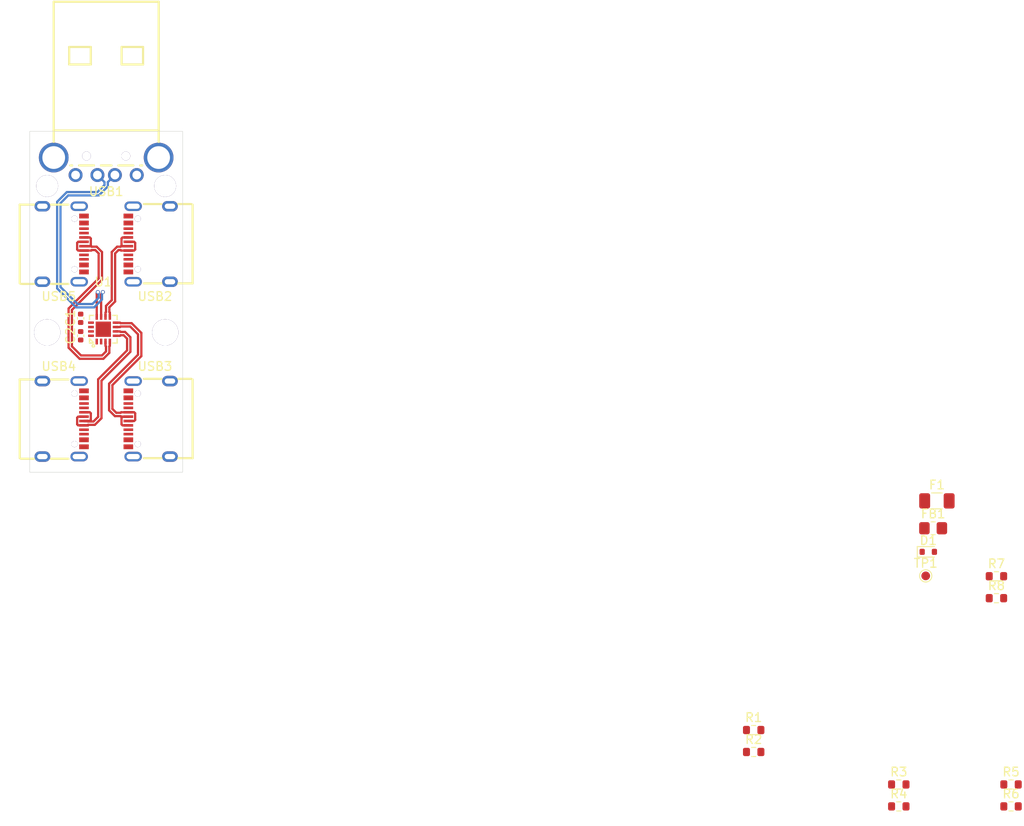
<source format=kicad_pcb>
(kicad_pcb (version 20241229) (generator "pcbnew") (generator_version "9.0")
  (layers (0 "F.Cu" signal) (2 "B.Cu" signal) (13 "F.Paste" user) (15 "B.Paste" user) (5 "F.SilkS" user "F.Silkscreen") (7 "B.SilkS" user "B.Silkscreen") (1 "F.Mask" user) (3 "B.Mask" user) (25 "Edge.Cuts" user))
  (net 0 "")
  (net 1 "GND")
  (net 2 "VBUS")
  (net 3 "+3V3")
  (net 4 "Net-(D1-A1)")
  (net 5 "Net-(USB1-VCC)")
  (net 6 "Net-(USB2-CC1)")
  (net 7 "Net-(USB2-CC2)")
  (net 8 "Net-(USB3-CC1)")
  (net 9 "Net-(USB3-CC2)")
  (net 10 "Net-(USB4-CC1)")
  (net 11 "Net-(USB4-CC2)")
  (net 12 "Net-(USB5-CC1)")
  (net 13 "Net-(USB5-CC2)")
  (net 15 "/USB C 4/D-")
  (net 17 "/USB C 1/D+")
  (net 18 "/USB C 3/D-")
  (net 19 "/USB C 2/D-")
  (net 20 "/USB A Upstream/D-")
  (net 22 "/USB A Upstream/D+")
  (net 24 "/USB C 1/D-")
  (net 25 "/USB C 2/D+")
  (net 26 "/USB C 4/D+")
  (net 27 "/USB C 3/D+")
  (footprint "Resistor_SMD:R_0603_1608Metric" (layer "F.Cu") (at 112.825 98.49)
    (property "Reference" "R1" (at 0 -1.43 0) (layer "F.SilkS"))
    (property "Value" "56k")
    (fp_line (start -0.237258 -0.5225) (end 0.237258 -0.5225) (stroke (width 0.12)) (layer "F.SilkS"))
    (fp_line (start -0.237258 0.5225) (end 0.237258 0.5225) (stroke (width 0.12)) (layer "F.SilkS"))
    (pad "1" smd roundrect (at -0.825 0) (size 0.8 0.95) (layers "F.Cu" "F.Mask" "F.Paste") (net 2 "VBUS"))
    (pad "2" smd roundrect (at 0.825 0) (size 0.8 0.95) (layers "F.Cu" "F.Mask" "F.Paste") (net 6 "Net-(USB2-CC1)"))
  )
  (footprint "Resistor_SMD:R_0603_1608Metric" (layer "F.Cu") (at 140.595 80.895)
    (property "Reference" "R7" (at 0 -1.43 0) (layer "F.SilkS"))
    (property "Value" "56k")
    (fp_line (start -0.237258 -0.5225) (end 0.237258 -0.5225) (stroke (width 0.12)) (layer "F.SilkS"))
    (fp_line (start -0.237258 0.5225) (end 0.237258 0.5225) (stroke (width 0.12)) (layer "F.SilkS"))
    (pad "1" smd roundrect (at -0.825 0) (size 0.8 0.95) (layers "F.Cu" "F.Mask" "F.Paste") (net 2 "VBUS"))
    (pad "2" smd roundrect (at 0.825 0) (size 0.8 0.95) (layers "F.Cu" "F.Mask" "F.Paste") (net 12 "Net-(USB5-CC1)"))
  )
  (footprint "Resistor_SMD:R_0805_2012Metric_Pad1.20x1.40mm_HandSolder" (layer "F.Cu") (at 133.355 75.405)
    (property "Reference" "FB1" (at 0 -1.65 0) (layer "F.SilkS"))
    (property "Value" "220Ω@100MHz")
    (fp_line (start -0.227064 -0.735) (end 0.227064 -0.735) (stroke (width 0.12)) (layer "F.SilkS"))
    (fp_line (start -0.227064 0.735) (end 0.227064 0.735) (stroke (width 0.12)) (layer "F.SilkS"))
    (pad "1" smd roundrect (at -1 0) (size 1.2 1.4) (layers "F.Cu" "F.Mask" "F.Paste") (roundrect_rratio 0.208333) (net 4 "Net-(D1-A1)"))
    (pad "2" smd roundrect (at 1 0) (size 1.2 1.4) (layers "F.Cu" "F.Mask" "F.Paste") (roundrect_rratio 0.208333) (net 2 "VBUS"))
  )
  (footprint "Resistor_SMD:R_0603_1608Metric" (layer "F.Cu") (at 129.425 107.225)
    (property "Reference" "R4" (at 0 -1.43 0) (layer "F.SilkS"))
    (property "Value" "56k")
    (fp_line (start -0.237258 -0.5225) (end 0.237258 -0.5225) (stroke (width 0.12)) (layer "F.SilkS"))
    (fp_line (start -0.237258 0.5225) (end 0.237258 0.5225) (stroke (width 0.12)) (layer "F.SilkS"))
    (pad "1" smd roundrect (at -0.825 0) (size 0.8 0.95) (layers "F.Cu" "F.Mask" "F.Paste") (net 2 "VBUS"))
    (pad "2" smd roundrect (at 0.825 0) (size 0.8 0.95) (layers "F.Cu" "F.Mask" "F.Paste") (net 9 "Net-(USB3-CC2)"))
  )
  (footprint "Fuse:Fuse_1206_3216Metric" (layer "F.Cu") (at 133.785 72.275)
    (property "Reference" "F1" (at 0 -1.83 0) (layer "F.SilkS"))
    (property "Value" "2A")
    (fp_line (start -0.602064 -0.91) (end 0.602064 -0.91) (stroke (width 0.12)) (layer "F.SilkS"))
    (fp_line (start -0.602064 0.91) (end 0.602064 0.91) (stroke (width 0.12)) (layer "F.SilkS"))
    (pad "1" smd roundrect (at -1.4 0) (size 1.25 1.75) (layers "F.Cu" "F.Mask" "F.Paste") (roundrect_rratio 0.2) (net 5 "Net-(USB1-VCC)"))
    (pad "2" smd roundrect (at 1.4 0) (size 1.25 1.75) (layers "F.Cu" "F.Mask" "F.Paste") (roundrect_rratio 0.2) (net 4 "Net-(D1-A1)"))
  )
  (footprint "Resistor_SMD:R_0603_1608Metric" (layer "F.Cu") (at 142.265 104.715)
    (property "Reference" "R5" (at 0 -1.43 0) (layer "F.SilkS"))
    (property "Value" "56k")
    (fp_line (start -0.237258 -0.5225) (end 0.237258 -0.5225) (stroke (width 0.12)) (layer "F.SilkS"))
    (fp_line (start -0.237258 0.5225) (end 0.237258 0.5225) (stroke (width 0.12)) (layer "F.SilkS"))
    (pad "1" smd roundrect (at -0.825 0) (size 0.8 0.95) (layers "F.Cu" "F.Mask" "F.Paste") (net 2 "VBUS"))
    (pad "2" smd roundrect (at 0.825 0) (size 0.8 0.95) (layers "F.Cu" "F.Mask" "F.Paste") (net 10 "Net-(USB4-CC1)"))
  )
  (footprint "easyeda2kicad:USB-C-SMD_TYPE-C-6PIN-2MD-073" (layer "F.Cu") (at 43.6675 62.8875 90)
    (property "Reference" "USB3" (at 6 0.665 180) (layer "F.SilkS"))
    (property "Value" "TYPE-C 16PIN 2MD(073)")
    (fp_line (start 4.57 1.39) (end 4.57 -0.6) (stroke (width 0.25)) (layer "F.SilkS"))
    (fp_line (start -4.5 1.39) (end -4.5 -0.6) (stroke (width 0.25)) (layer "F.SilkS"))
    (fp_line (start 4.57 4.82) (end 4.57 3.35) (stroke (width 0.25)) (layer "F.SilkS"))
    (fp_line (start 4.5 4.97) (end -4.5 4.97) (stroke (width 0.25)) (layer "F.SilkS"))
    (fp_line (start -4.5 4.97) (end -4.5 3.35) (stroke (width 0.25)) (layer "F.SilkS"))
    (pad "" thru_hole circle (at -2.89 -1.3 90) (size 0.7 0.7) (drill 0.7) (layers "*.Cu" "*.Mask"))
    (pad "" thru_hole circle (at 2.89 -1.3 90) (size 0.7 0.7) (drill 0.7) (layers "*.Cu" "*.Mask"))
    (pad "1" smd rect (at -3.2 -2.38 90) (size 0.55 1.1) (layers "F.Cu" "F.Mask" "F.Paste") (net 1 "GND"))
    (pad "2" smd rect (at -2.4 -2.38 90) (size 0.55 1.1) (layers "F.Cu" "F.Mask" "F.Paste") (net 2 "VBUS"))
    (pad "3" smd rect (at -1.75 -2.38 90) (size 0.3 1.1) (layers "F.Cu" "F.Mask" "F.Paste"))
    (pad "4" smd rect (at -1.25 -2.38 90) (size 0.3 1.1) (layers "F.Cu" "F.Mask" "F.Paste") (net 8 "Net-(USB3-CC1)"))
    (pad "5" smd rect (at -0.75 -2.38 90) (size 0.3 1.1) (layers "F.Cu" "F.Mask" "F.Paste") (net 19 "/USB C 2/D-"))
    (pad "6" smd rect (at -0.25 -2.38 90) (size 0.3 1.1) (layers "F.Cu" "F.Mask" "F.Paste") (net 25 "/USB C 2/D+"))
    (pad "7" smd rect (at 0.25 -2.38 90) (size 0.3 1.1) (layers "F.Cu" "F.Mask" "F.Paste") (net 19 "/USB C 2/D-"))
    (pad "8" smd rect (at 0.75 -2.38 90) (size 0.3 1.1) (layers "F.Cu" "F.Mask" "F.Paste") (net 25 "/USB C 2/D+"))
    (pad "9" smd rect (at 1.25 -2.38 90) (size 0.3 1.1) (layers "F.Cu" "F.Mask" "F.Paste"))
    (pad "10" smd rect (at 1.75 -2.38 90) (size 0.3 1.1) (layers "F.Cu" "F.Mask" "F.Paste") (net 9 "Net-(USB3-CC2)"))
    (pad "11" smd rect (at 2.4 -2.38 90) (size 0.55 1.1) (layers "F.Cu" "F.Mask" "F.Paste") (net 2 "VBUS"))
    (pad "12" smd rect (at 3.2 -2.38 90) (size 0.55 1.1) (layers "F.Cu" "F.Mask" "F.Paste") (net 1 "GND"))
    (pad "13" thru_hole oval (at -4.32 -1.83 90) (size 1.1 2) (drill oval 0.599999 1.499997) (layers "*.Cu" "*.Mask") (net 1 "GND"))
    (pad "13" thru_hole oval (at -4.32 2.38 90) (size 1.2 1.8) (drill oval 0.599999 1.199998) (layers "*.Cu" "*.Mask") (net 1 "GND"))
    (pad "14" thru_hole oval (at 4.32 -1.83 90) (size 1.1 2) (drill oval 0.599999 1.500022) (layers "*.Cu" "*.Mask") (net 1 "GND"))
    (pad "14" thru_hole oval (at 4.32 2.38 90) (size 1.2 1.8) (drill oval 0.599999 1.199998) (layers "*.Cu" "*.Mask") (net 1 "GND"))
  )
  (footprint "easyeda2kicad:USB-C-SMD_TYPE-C-6PIN-2MD-073" (layer "F.Cu") (at 33.8325 62.8875 -90)
    (property "Reference" "USB4" (at -6 0.5 180) (layer "F.SilkS"))
    (property "Value" "TYPE-C 16PIN 2MD(073)")
    (fp_line (start -4.5 4.97) (end -4.5 3.35) (stroke (width 0.25)) (layer "F.SilkS"))
    (fp_line (start 4.5 4.97) (end -4.5 4.97) (stroke (width 0.25)) (layer "F.SilkS"))
    (fp_line (start 4.57 4.82) (end 4.57 3.35) (stroke (width 0.25)) (layer "F.SilkS"))
    (fp_line (start -4.5 1.39) (end -4.5 -0.6) (stroke (width 0.25)) (layer "F.SilkS"))
    (fp_line (start 4.57 1.39) (end 4.57 -0.6) (stroke (width 0.25)) (layer "F.SilkS"))
    (pad "" thru_hole circle (at -2.89 -1.3 270) (size 0.7 0.7) (drill 0.7) (layers "*.Cu" "*.Mask"))
    (pad "" thru_hole circle (at 2.89 -1.3 270) (size 0.7 0.7) (drill 0.7) (layers "*.Cu" "*.Mask"))
    (pad "1" smd rect (at -3.2 -2.38 270) (size 0.55 1.1) (layers "F.Cu" "F.Mask" "F.Paste") (net 1 "GND"))
    (pad "2" smd rect (at -2.4 -2.38 270) (size 0.55 1.1) (layers "F.Cu" "F.Mask" "F.Paste") (net 2 "VBUS"))
    (pad "3" smd rect (at -1.75 -2.38 270) (size 0.3 1.1) (layers "F.Cu" "F.Mask" "F.Paste"))
    (pad "4" smd rect (at -1.25 -2.38 270) (size 0.3 1.1) (layers "F.Cu" "F.Mask" "F.Paste") (net 10 "Net-(USB4-CC1)"))
    (pad "5" smd rect (at -0.75 -2.38 270) (size 0.3 1.1) (layers "F.Cu" "F.Mask" "F.Paste") (net 18 "/USB C 3/D-"))
    (pad "6" smd rect (at -0.25 -2.38 270) (size 0.3 1.1) (layers "F.Cu" "F.Mask" "F.Paste") (net 27 "/USB C 3/D+"))
    (pad "7" smd rect (at 0.25 -2.38 270) (size 0.3 1.1) (layers "F.Cu" "F.Mask" "F.Paste") (net 18 "/USB C 3/D-"))
    (pad "8" smd rect (at 0.75 -2.38 270) (size 0.3 1.1) (layers "F.Cu" "F.Mask" "F.Paste") (net 27 "/USB C 3/D+"))
    (pad "9" smd rect (at 1.25 -2.38 270) (size 0.3 1.1) (layers "F.Cu" "F.Mask" "F.Paste"))
    (pad "10" smd rect (at 1.75 -2.38 270) (size 0.3 1.1) (layers "F.Cu" "F.Mask" "F.Paste") (net 11 "Net-(USB4-CC2)"))
    (pad "11" smd rect (at 2.4 -2.38 270) (size 0.55 1.1) (layers "F.Cu" "F.Mask" "F.Paste") (net 2 "VBUS"))
    (pad "12" smd rect (at 3.2 -2.38 270) (size 0.55 1.1) (layers "F.Cu" "F.Mask" "F.Paste") (net 1 "GND"))
    (pad "13" thru_hole oval (at -4.32 -1.83 270) (size 1.1 2) (drill oval 0.599999 1.499997) (layers "*.Cu" "*.Mask") (net 1 "GND"))
    (pad "13" thru_hole oval (at -4.32 2.38 270) (size 1.2 1.8) (drill oval 0.599999 1.199998) (layers "*.Cu" "*.Mask") (net 1 "GND"))
    (pad "14" thru_hole oval (at 4.32 -1.83 270) (size 1.1 2) (drill oval 0.599999 1.500022) (layers "*.Cu" "*.Mask") (net 1 "GND"))
    (pad "14" thru_hole oval (at 4.32 2.38 270) (size 1.2 1.8) (drill oval 0.599999 1.199998) (layers "*.Cu" "*.Mask") (net 1 "GND"))
  )
  (footprint "TestPoint:TestPoint_Pad_D1.0mm" (layer "F.Cu") (at 132.505 80.855)
    (property "Reference" "TP1" (at 0 -1.448 0) (layer "F.SilkS"))
    (property "Value" "TestPoint")
    (fp_circle (center 0 0) (end 0 0.7) (stroke (width 0.12)) (fill no) (layer "F.SilkS"))
    (pad "1" smd circle (at 0 0) (size 1 1) (layers "F.Cu" "F.Mask") (net 2 "VBUS"))
  )
  (footprint "Capacitor_SMD:C_0402_1005Metric" (layer "F.Cu") (at 35.8325 53.3875 90)
    (property "Reference" "C2" (at 0 -1.16 90) (layer "F.SilkS"))
    (property "Value" "100n")
    (fp_line (start -0.107836 -0.36) (end 0.107836 -0.36) (stroke (width 0.12)) (layer "F.SilkS"))
    (fp_line (start -0.107836 0.36) (end 0.107836 0.36) (stroke (width 0.12)) (layer "F.SilkS"))
    (pad "1" smd roundrect (at -0.48 0 90) (size 0.56 0.62) (layers "F.Cu" "F.Mask" "F.Paste") (net 3 "+3V3"))
    (pad "2" smd roundrect (at 0.48 0 90) (size 0.56 0.62) (layers "F.Cu" "F.Mask" "F.Paste") (net 1 "GND"))
  )
  (footprint "Resistor_SMD:R_0603_1608Metric" (layer "F.Cu") (at 140.595 83.405)
    (property "Reference" "R8" (at 0 -1.43 0) (layer "F.SilkS"))
    (property "Value" "56k")
    (fp_line (start -0.237258 -0.5225) (end 0.237258 -0.5225) (stroke (width 0.12)) (layer "F.SilkS"))
    (fp_line (start -0.237258 0.5225) (end 0.237258 0.5225) (stroke (width 0.12)) (layer "F.SilkS"))
    (pad "1" smd roundrect (at -0.825 0) (size 0.8 0.95) (layers "F.Cu" "F.Mask" "F.Paste") (net 2 "VBUS"))
    (pad "2" smd roundrect (at 0.825 0) (size 0.8 0.95) (layers "F.Cu" "F.Mask" "F.Paste") (net 13 "Net-(USB5-CC2)"))
  )
  (footprint "easyeda2kicad:USB-AM-TH_AM90" (layer "F.Cu") (at 38.75 34 180)
    (property "Reference" "USB1" (at 0 -2.8875 0) (layer "F.SilkS"))
    (property "Value" "AM90")
    (fp_line (start 6 18.82) (end 6 2.8) (stroke (width 0.25)) (layer "F.SilkS"))
    (fp_line (start 6 18.82) (end -6.01 18.82) (stroke (width 0.25)) (layer "F.SilkS"))
    (fp_line (start 4.23 13.65) (end 4.23 11.65) (stroke (width 0.25)) (layer "F.SilkS"))
    (fp_line (start 4.23 11.65) (end 1.76 11.65) (stroke (width 0.25)) (layer "F.SilkS"))
    (fp_line (start 3.89 0.1) (end 4.11 0.1) (stroke (width 0.25)) (layer "F.SilkS"))
    (fp_line (start 1.76 13.65) (end 4.23 13.65) (stroke (width 0.25)) (layer "F.SilkS"))
    (fp_line (start 1.76 13.65) (end 1.76 11.65) (stroke (width 0.25)) (layer "F.SilkS"))
    (fp_line (start 1.39 0.1) (end 3.1 0.1) (stroke (width 0.25)) (layer "F.SilkS"))
    (fp_line (start -0.61 0.1) (end 0.6 0.1) (stroke (width 0.25)) (layer "F.SilkS"))
    (fp_line (start -1.77 13.65) (end -1.77 11.65) (stroke (width 0.25)) (layer "F.SilkS"))
    (fp_line (start -1.77 13.65) (end -4.22 13.65) (stroke (width 0.25)) (layer "F.SilkS"))
    (fp_line (start -3.11 0.1) (end -1.4 0.1) (stroke (width 0.25)) (layer "F.SilkS"))
    (fp_line (start -4.12 0.1) (end -3.9 0.1) (stroke (width 0.25)) (layer "F.SilkS"))
    (fp_line (start -4.22 13.65) (end -4.22 11.65) (stroke (width 0.25)) (layer "F.SilkS"))
    (fp_line (start -4.22 11.65) (end -1.77 11.65) (stroke (width 0.25)) (layer "F.SilkS"))
    (fp_line (start -6.01 18.82) (end -6.01 2.79) (stroke (width 0.25)) (layer "F.SilkS"))
    (fp_line (start -6.01 4.1) (end 6 4.1) (stroke (width 0.25)) (layer "F.SilkS"))
    (pad "" thru_hole circle (at -2.25 1.18 180) (size 1 1) (drill 1) (layers "*.Cu" "*.Mask"))
    (pad "" thru_hole circle (at 2.25 1.18 180) (size 1 1) (drill 1) (layers "*.Cu" "*.Mask"))
    (pad "1" thru_hole circle (at 3.5 -1 90) (size 1.6 1.6) (drill 0.999998) (layers "*.Cu" "*.Mask") (net 5 "Net-(USB1-VCC)"))
    (pad "2" thru_hole circle (at 1 -1 90) (size 1.6 1.6) (drill 0.999998) (layers "*.Cu" "*.Mask") (net 20 "/USB A Upstream/D-"))
    (pad "3" thru_hole circle (at -1 -1 90) (size 1.6 1.6) (drill 0.999998) (layers "*.Cu" "*.Mask") (net 22 "/USB A Upstream/D+"))
    (pad "4" thru_hole circle (at -3.5 -1 90) (size 1.6 1.6) (drill 0.999998) (layers "*.Cu" "*.Mask") (net 1 "GND"))
    (pad "MH1" thru_hole circle (at 6 1 90) (size 3.4 3.4) (drill 2.599995) (layers "*.Cu" "*.Mask") (net 1 "GND"))
    (pad "MH2" thru_hole circle (at -6 1 90) (size 3.4 3.4) (drill 2.599995) (layers "*.Cu" "*.Mask") (net 1 "GND"))
  )
  (footprint "Capacitor_SMD:C_0402_1005Metric" (layer "F.Cu") (at 35.8325 51.3875 90)
    (property "Reference" "C1" (at 0 -1.16 90) (layer "F.SilkS"))
    (property "Value" "100n")
    (fp_line (start -0.107836 -0.36) (end 0.107836 -0.36) (stroke (width 0.12)) (layer "F.SilkS"))
    (fp_line (start -0.107836 0.36) (end 0.107836 0.36) (stroke (width 0.12)) (layer "F.SilkS"))
    (pad "1" smd roundrect (at -0.48 0 90) (size 0.56 0.62) (layers "F.Cu" "F.Mask" "F.Paste") (net 2 "VBUS"))
    (pad "2" smd roundrect (at 0.48 0 90) (size 0.56 0.62) (layers "F.Cu" "F.Mask" "F.Paste") (net 1 "GND"))
  )
  (footprint "Resistor_SMD:R_0603_1608Metric" (layer "F.Cu") (at 142.265 107.225)
    (property "Reference" "R6" (at 0 -1.43 0) (layer "F.SilkS"))
    (property "Value" "56k")
    (fp_line (start -0.237258 -0.5225) (end 0.237258 -0.5225) (stroke (width 0.12)) (layer "F.SilkS"))
    (fp_line (start -0.237258 0.5225) (end 0.237258 0.5225) (stroke (width 0.12)) (layer "F.SilkS"))
    (pad "1" smd roundrect (at -0.825 0) (size 0.8 0.95) (layers "F.Cu" "F.Mask" "F.Paste") (net 2 "VBUS"))
    (pad "2" smd roundrect (at 0.825 0) (size 0.8 0.95) (layers "F.Cu" "F.Mask" "F.Paste") (net 11 "Net-(USB4-CC2)"))
  )
  (footprint "easyeda2kicad:USB-C-SMD_TYPE-C-6PIN-2MD-073" (layer "F.Cu") (at 43.6675 42.8875 90)
    (property "Reference" "USB2" (at -6 0.665 180) (layer "F.SilkS"))
    (property "Value" "TYPE-C 16PIN 2MD(073)")
    (fp_line (start 4.57 1.39) (end 4.57 -0.6) (stroke (width 0.25)) (layer "F.SilkS"))
    (fp_line (start -4.5 1.39) (end -4.5 -0.6) (stroke (width 0.25)) (layer "F.SilkS"))
    (fp_line (start 4.57 4.82) (end 4.57 3.35) (stroke (width 0.25)) (layer "F.SilkS"))
    (fp_line (start 4.5 4.97) (end -4.5 4.97) (stroke (width 0.25)) (layer "F.SilkS"))
    (fp_line (start -4.5 4.97) (end -4.5 3.35) (stroke (width 0.25)) (layer "F.SilkS"))
    (pad "" thru_hole circle (at -2.89 -1.3 90) (size 0.7 0.7) (drill 0.7) (layers "*.Cu" "*.Mask"))
    (pad "" thru_hole circle (at 2.89 -1.3 90) (size 0.7 0.7) (drill 0.7) (layers "*.Cu" "*.Mask"))
    (pad "1" smd rect (at -3.2 -2.38 90) (size 0.55 1.1) (layers "F.Cu" "F.Mask" "F.Paste") (net 1 "GND"))
    (pad "2" smd rect (at -2.4 -2.38 90) (size 0.55 1.1) (layers "F.Cu" "F.Mask" "F.Paste") (net 2 "VBUS"))
    (pad "3" smd rect (at -1.75 -2.38 90) (size 0.3 1.1) (layers "F.Cu" "F.Mask" "F.Paste"))
    (pad "4" smd rect (at -1.25 -2.38 90) (size 0.3 1.1) (layers "F.Cu" "F.Mask" "F.Paste") (net 6 "Net-(USB2-CC1)"))
    (pad "5" smd rect (at -0.75 -2.38 90) (size 0.3 1.1) (layers "F.Cu" "F.Mask" "F.Paste") (net 24 "/USB C 1/D-"))
    (pad "6" smd rect (at -0.25 -2.38 90) (size 0.3 1.1) (layers "F.Cu" "F.Mask" "F.Paste") (net 17 "/USB C 1/D+"))
    (pad "7" smd rect (at 0.25 -2.38 90) (size 0.3 1.1) (layers "F.Cu" "F.Mask" "F.Paste") (net 24 "/USB C 1/D-"))
    (pad "8" smd rect (at 0.75 -2.38 90) (size 0.3 1.1) (layers "F.Cu" "F.Mask" "F.Paste") (net 17 "/USB C 1/D+"))
    (pad "9" smd rect (at 1.25 -2.38 90) (size 0.3 1.1) (layers "F.Cu" "F.Mask" "F.Paste"))
    (pad "10" smd rect (at 1.75 -2.38 90) (size 0.3 1.1) (layers "F.Cu" "F.Mask" "F.Paste") (net 7 "Net-(USB2-CC2)"))
    (pad "11" smd rect (at 2.4 -2.38 90) (size 0.55 1.1) (layers "F.Cu" "F.Mask" "F.Paste") (net 2 "VBUS"))
    (pad "12" smd rect (at 3.2 -2.38 90) (size 0.55 1.1) (layers "F.Cu" "F.Mask" "F.Paste") (net 1 "GND"))
    (pad "13" thru_hole oval (at -4.32 -1.83 90) (size 1.1 2) (drill oval 0.599999 1.499997) (layers "*.Cu" "*.Mask") (net 1 "GND"))
    (pad "13" thru_hole oval (at -4.32 2.38 90) (size 1.2 1.8) (drill oval 0.599999 1.199998) (layers "*.Cu" "*.Mask") (net 1 "GND"))
    (pad "14" thru_hole oval (at 4.32 -1.83 90) (size 1.1 2) (drill oval 0.599999 1.500022) (layers "*.Cu" "*.Mask") (net 1 "GND"))
    (pad "14" thru_hole oval (at 4.32 2.38 90) (size 1.2 1.8) (drill oval 0.599999 1.199998) (layers "*.Cu" "*.Mask") (net 1 "GND"))
  )
  (footprint "Diode_SMD:D_SOD-523" (layer "F.Cu") (at 132.8 78.105)
    (property "Reference" "D1" (at 0 -1.3 0) (layer "F.SilkS"))
    (property "Value" "5V")
    (fp_line (start -1.26 -0.6) (end -1.26 0.6) (stroke (width 0.12)) (layer "F.SilkS"))
    (fp_line (start 0.7 -0.6) (end -1.26 -0.6) (stroke (width 0.12)) (layer "F.SilkS"))
    (fp_line (start 0.7 0.6) (end -1.26 0.6) (stroke (width 0.12)) (layer "F.SilkS"))
    (pad "1" smd roundrect (at -0.7 0 180) (size 0.6 0.7) (layers "F.Cu" "F.Mask" "F.Paste") (net 4 "Net-(D1-A1)"))
    (pad "2" smd roundrect (at 0.7 0 180) (size 0.6 0.7) (layers "F.Cu" "F.Mask" "F.Paste") (net 1 "GND"))
  )
  (footprint "easyeda2kicad:QFN-16_L3.0-W3.0-P0.50-BL-EP1.7" (layer "F.Cu") (at 38.4225 52.6375)
    (property "Reference" "U1" (at 0 -5.41 0) (layer "F.SilkS"))
    (property "Value" "CH334P")
    (fp_line (start -1.58 -1.58) (end -1.08 -1.58) (stroke (width 0.15)) (layer "F.SilkS"))
    (fp_line (start -1.58 -1.08) (end -1.58 -1.58) (stroke (width 0.15)) (layer "F.SilkS"))
    (fp_line (start -1.58 1.08) (end -1.58 1.58) (stroke (width 0.15)) (layer "F.SilkS"))
    (fp_line (start -1.58 1.58) (end -1.08 1.58) (stroke (width 0.15)) (layer "F.SilkS"))
    (fp_line (start -1.08 1.58) (end -1.58 1.08) (stroke (width 0.15)) (layer "F.SilkS"))
    (fp_line (start 1.58 -1.58) (end 1.08 -1.58) (stroke (width 0.15)) (layer "F.SilkS"))
    (fp_line (start 1.58 -1.08) (end 1.58 -1.58) (stroke (width 0.15)) (layer "F.SilkS"))
    (fp_line (start 1.58 1.08) (end 1.58 1.58) (stroke (width 0.15)) (layer "F.SilkS"))
    (fp_line (start 1.58 1.58) (end 1.08 1.58) (stroke (width 0.15)) (layer "F.SilkS"))
    (fp_circle (center -1.14 1.9) (end -1.07 1.9) (stroke (width 0.15)) (fill no) (layer "F.SilkS"))
    (pad "1" smd rect (at -0.75 1.41) (size 0.28 0.66) (layers "F.Cu" "F.Mask" "F.Paste"))
    (pad "2" smd rect (at -0.25 1.41) (size 0.28 0.66) (layers "F.Cu" "F.Mask" "F.Paste"))
    (pad "3" smd rect (at 0.25 1.41) (size 0.28 0.66) (layers "F.Cu" "F.Mask" "F.Paste") (net 15 "/USB C 4/D-"))
    (pad "4" smd rect (at 0.75 1.41) (size 0.28 0.66) (layers "F.Cu" "F.Mask" "F.Paste") (net 26 "/USB C 4/D+"))
    (pad "5" smd rect (at 1.41 0.75) (size 0.66 0.28) (layers "F.Cu" "F.Mask" "F.Paste") (net 18 "/USB C 3/D-"))
    (pad "6" smd rect (at 1.41 0.25) (size 0.66 0.28) (layers "F.Cu" "F.Mask" "F.Paste") (net 27 "/USB C 3/D+"))
    (pad "7" smd rect (at 1.41 -0.25) (size 0.66 0.28) (layers "F.Cu" "F.Mask" "F.Paste") (net 19 "/USB C 2/D-"))
    (pad "8" smd rect (at 1.41 -0.75) (size 0.66 0.28) (layers "F.Cu" "F.Mask" "F.Paste") (net 25 "/USB C 2/D+"))
    (pad "9" smd rect (at 0.75 -1.41) (size 0.28 0.66) (layers "F.Cu" "F.Mask" "F.Paste") (net 24 "/USB C 1/D-"))
    (pad "10" smd rect (at 0.25 -1.41) (size 0.28 0.66) (layers "F.Cu" "F.Mask" "F.Paste") (net 17 "/USB C 1/D+"))
    (pad "11" smd rect (at -0.25 -1.41) (size 0.28 0.66) (layers "F.Cu" "F.Mask" "F.Paste") (net 20 "/USB A Upstream/D-"))
    (pad "12" smd rect (at -0.75 -1.41) (size 0.28 0.66) (layers "F.Cu" "F.Mask" "F.Paste") (net 22 "/USB A Upstream/D+"))
    (pad "13" smd rect (at -1.41 -0.75) (size 0.66 0.28) (layers "F.Cu" "F.Mask" "F.Paste"))
    (pad "14" smd rect (at -1.41 -0.25) (size 0.66 0.28) (layers "F.Cu" "F.Mask" "F.Paste"))
    (pad "15" smd rect (at -1.41 0.25) (size 0.66 0.28) (layers "F.Cu" "F.Mask" "F.Paste") (net 2 "VBUS"))
    (pad "16" smd rect (at -1.41 0.75) (size 0.66 0.28) (layers "F.Cu" "F.Mask" "F.Paste") (net 3 "+3V3"))
    (pad "17" smd rect (at 0 0) (size 1.75 1.75) (layers "F.Cu" "F.Mask" "F.Paste") (net 1 "GND"))
  )
  (footprint "Resistor_SMD:R_0603_1608Metric" (layer "F.Cu") (at 112.825 101)
    (property "Reference" "R2" (at 0 -1.43 0) (layer "F.SilkS"))
    (property "Value" "56k")
    (fp_line (start -0.237258 -0.5225) (end 0.237258 -0.5225) (stroke (width 0.12)) (layer "F.SilkS"))
    (fp_line (start -0.237258 0.5225) (end 0.237258 0.5225) (stroke (width 0.12)) (layer "F.SilkS"))
    (pad "1" smd roundrect (at -0.825 0) (size 0.8 0.95) (layers "F.Cu" "F.Mask" "F.Paste") (net 2 "VBUS"))
    (pad "2" smd roundrect (at 0.825 0) (size 0.8 0.95) (layers "F.Cu" "F.Mask" "F.Paste") (net 7 "Net-(USB2-CC2)"))
  )
  (footprint "easyeda2kicad:USB-C-SMD_TYPE-C-6PIN-2MD-073" (layer "F.Cu") (at 33.8325 42.8875 -90)
    (property "Reference" "USB5" (at 6 0.5 180) (layer "F.SilkS"))
    (property "Value" "TYPE-C 16PIN 2MD(073)")
    (fp_line (start -4.5 4.97) (end -4.5 3.35) (stroke (width 0.25)) (layer "F.SilkS"))
    (fp_line (start 4.5 4.97) (end -4.5 4.97) (stroke (width 0.25)) (layer "F.SilkS"))
    (fp_line (start 4.57 4.82) (end 4.57 3.35) (stroke (width 0.25)) (layer "F.SilkS"))
    (fp_line (start -4.5 1.39) (end -4.5 -0.6) (stroke (width 0.25)) (layer "F.SilkS"))
    (fp_line (start 4.57 1.39) (end 4.57 -0.6) (stroke (width 0.25)) (layer "F.SilkS"))
    (pad "" thru_hole circle (at -2.89 -1.3 270) (size 0.7 0.7) (drill 0.7) (layers "*.Cu" "*.Mask"))
    (pad "" thru_hole circle (at 2.89 -1.3 270) (size 0.7 0.7) (drill 0.7) (layers "*.Cu" "*.Mask"))
    (pad "1" smd rect (at -3.2 -2.38 270) (size 0.55 1.1) (layers "F.Cu" "F.Mask" "F.Paste") (net 1 "GND"))
    (pad "2" smd rect (at -2.4 -2.38 270) (size 0.55 1.1) (layers "F.Cu" "F.Mask" "F.Paste") (net 2 "VBUS"))
    (pad "3" smd rect (at -1.75 -2.38 270) (size 0.3 1.1) (layers "F.Cu" "F.Mask" "F.Paste"))
    (pad "4" smd rect (at -1.25 -2.38 270) (size 0.3 1.1) (layers "F.Cu" "F.Mask" "F.Paste") (net 12 "Net-(USB5-CC1)"))
    (pad "5" smd rect (at -0.75 -2.38 270) (size 0.3 1.1) (layers "F.Cu" "F.Mask" "F.Paste") (net 15 "/USB C 4/D-"))
    (pad "6" smd rect (at -0.25 -2.38 270) (size 0.3 1.1) (layers "F.Cu" "F.Mask" "F.Paste") (net 26 "/USB C 4/D+"))
    (pad "7" smd rect (at 0.25 -2.38 270) (size 0.3 1.1) (layers "F.Cu" "F.Mask" "F.Paste") (net 15 "/USB C 4/D-"))
    (pad "8" smd rect (at 0.75 -2.38 270) (size 0.3 1.1) (layers "F.Cu" "F.Mask" "F.Paste") (net 26 "/USB C 4/D+"))
    (pad "9" smd rect (at 1.25 -2.38 270) (size 0.3 1.1) (layers "F.Cu" "F.Mask" "F.Paste"))
    (pad "10" smd rect (at 1.75 -2.38 270) (size 0.3 1.1) (layers "F.Cu" "F.Mask" "F.Paste") (net 13 "Net-(USB5-CC2)"))
    (pad "11" smd rect (at 2.4 -2.38 270) (size 0.55 1.1) (layers "F.Cu" "F.Mask" "F.Paste") (net 2 "VBUS"))
    (pad "12" smd rect (at 3.2 -2.38 270) (size 0.55 1.1) (layers "F.Cu" "F.Mask" "F.Paste") (net 1 "GND"))
    (pad "13" thru_hole oval (at -4.32 -1.83 270) (size 1.1 2) (drill oval 0.599999 1.499997) (layers "*.Cu" "*.Mask") (net 1 "GND"))
    (pad "13" thru_hole oval (at -4.32 2.38 270) (size 1.2 1.8) (drill oval 0.599999 1.199998) (layers "*.Cu" "*.Mask") (net 1 "GND"))
    (pad "14" thru_hole oval (at 4.32 -1.83 270) (size 1.1 2) (drill oval 0.599999 1.500022) (layers "*.Cu" "*.Mask") (net 1 "GND"))
    (pad "14" thru_hole oval (at 4.32 2.38 270) (size 1.2 1.8) (drill oval 0.599999 1.199998) (layers "*.Cu" "*.Mask") (net 1 "GND"))
  )
  (footprint "Resistor_SMD:R_0603_1608Metric" (layer "F.Cu") (at 129.425 104.715)
    (property "Reference" "R3" (at 0 -1.43 0) (layer "F.SilkS"))
    (property "Value" "56k")
    (fp_line (start -0.237258 -0.5225) (end 0.237258 -0.5225) (stroke (width 0.12)) (layer "F.SilkS"))
    (fp_line (start -0.237258 0.5225) (end 0.237258 0.5225) (stroke (width 0.12)) (layer "F.SilkS"))
    (pad "1" smd roundrect (at -0.825 0) (size 0.8 0.95) (layers "F.Cu" "F.Mask" "F.Paste") (net 2 "VBUS"))
    (pad "2" smd roundrect (at 0.825 0) (size 0.8 0.95) (layers "F.Cu" "F.Mask" "F.Paste") (net 8 "Net-(USB3-CC1)"))
  )
  (gr_rect (start 30 30) (end 47.5 69) (stroke (width 0.05)) (fill no) (layer "Edge.Cuts"))
  (via (at 45.5 36.25) (size 2.5) (drill 2.5) (layers "F.Cu" "B.Cu") (net 0))
  (via (at 45.5 53) (size 3) (drill 3) (layers "F.Cu" "B.Cu") (net 0))
  (via (at 32 36.25) (size 2.5) (drill 2.5) (layers "F.Cu" "B.Cu") (net 0))
  (via (at 32 53) (size 3) (drill 3) (layers "F.Cu" "B.Cu") (net 0))
  (segment (start 37.096239 43.196238) (end 37.037501 43.1375) (width 0.255524) (layer "F.Cu") (net 15))
  (segment (start 38.731238 54.601239) (end 38.731238 55.177306) (width 0.255524) (layer "F.Cu") (net 15))
  (segment (start 34.8325 50.42847) (end 38.273762 46.987208) (width 0.255524) (layer "F.Cu") (net 15))
  (segment (start 36.2125 42.1375) (end 36.873224 42.1375) (width 0.255524) (layer "F.Cu") (net 15))
  (segment (start 38.271044 55.6375) (end 35.87347 55.6375) (width 0.255524) (layer "F.Cu") (net 15))
  (segment (start 38.6725 54.0475) (end 38.6725 54.542501) (width 0.255524) (layer "F.Cu") (net 15))
  (segment (start 36.992862 43.017862) (end 36.873224 43.1375) (width 0.255524) (layer "F.Cu") (net 15))
  (segment (start 36.873224 42.1375) (end 36.992862 42.257138) (width 0.255524) (layer "F.Cu") (net 15))
  (segment (start 38.273762 43.808276) (end 37.661724 43.196238) (width 0.255524) (layer "F.Cu") (net 15))
  (segment (start 34.8325 54.59653) (end 34.8325 50.42847) (width 0.255524) (layer "F.Cu") (net 15))
  (segment (start 35.87347 55.6375) (end 34.8325 54.59653) (width 0.255524) (layer "F.Cu") (net 15))
  (segment (start 38.6725 54.542501) (end 38.731238 54.601239) (width 0.255524) (layer "F.Cu") (net 15))
  (segment (start 36.873224 43.1375) (end 36.2125 43.1375) (width 0.255524) (layer "F.Cu") (net 15))
  (segment (start 38.273762 46.987208) (end 38.273762 43.808276) (width 0.255524) (layer "F.Cu") (net 15))
  (segment (start 37.037501 43.1375) (end 36.2125 43.1375) (width 0.255524) (layer "F.Cu") (net 15))
  (segment (start 38.731238 55.177306) (end 38.271044 55.6375) (width 0.255524) (layer "F.Cu") (net 15))
  (segment (start 37.661724 43.196238) (end 37.096239 43.196238) (width 0.255524) (layer "F.Cu") (net 15))
  (segment (start 36.992862 42.257138) (end 36.992862 43.017862) (width 0.255524) (layer "F.Cu") (net 15))
  (segment (start 40.462499 43.1375) (end 41.2875 43.1375) (width 0.255524) (layer "F.Cu") (net 17))
  (segment (start 40.003276 43.196238) (end 40.403761 43.196238) (width 0.255524) (layer "F.Cu") (net 17))
  (segment (start 38.731238 49.968276) (end 39.391238 49.308276) (width 0.255524) (layer "F.Cu") (net 17))
  (segment (start 38.6725 51.2275) (end 38.6725 50.732499) (width 0.255524) (layer "F.Cu") (net 17))
  (segment (start 41.2875 43.1375) (end 40.626776 43.1375) (width 0.255524) (layer "F.Cu") (net 17))
  (segment (start 40.626776 43.1375) (end 40.507138 43.017862) (width 0.255524) (layer "F.Cu") (net 17))
  (segment (start 40.403761 43.196238) (end 40.462499 43.1375) (width 0.255524) (layer "F.Cu") (net 17))
  (segment (start 39.391238 49.308276) (end 39.391238 43.808276) (width 0.255524) (layer "F.Cu") (net 17))
  (segment (start 39.391238 43.808276) (end 40.003276 43.196238) (width 0.255524) (layer "F.Cu") (net 17))
  (segment (start 40.507138 42.257138) (end 40.626776 42.1375) (width 0.255524) (layer "F.Cu") (net 17))
  (segment (start 38.731238 50.673761) (end 38.731238 49.968276) (width 0.255524) (layer "F.Cu") (net 17))
  (segment (start 40.507138 43.017862) (end 40.507138 42.257138) (width 0.255524) (layer "F.Cu") (net 17))
  (segment (start 38.6725 50.732499) (end 38.731238 50.673761) (width 0.255524) (layer "F.Cu") (net 17))
  (segment (start 40.626776 42.1375) (end 41.2875 42.1375) (width 0.255524) (layer "F.Cu") (net 17))
  (segment (start 36.873224 62.1375) (end 36.992862 62.257138) (width 0.255524) (layer "F.Cu") (net 18))
  (segment (start 40.753276 53.328762) (end 41.141238 53.716724) (width 0.255524) (layer "F.Cu") (net 18))
  (segment (start 41.141238 55.058276) (end 37.8325 58.367014) (width 0.255524) (layer "F.Cu") (net 18))
  (segment (start 40.386239 53.328762) (end 40.753276 53.328762) (width 0.255524) (layer "F.Cu") (net 18))
  (segment (start 37.8325 62.657986) (end 37.294248 63.196238) (width 0.255524) (layer "F.Cu") (net 18))
  (segment (start 37.294248 63.196238) (end 36.671238 63.196238) (width 0.255524) (layer "F.Cu") (net 18))
  (segment (start 36.873224 63.1375) (end 36.2125 63.1375) (width 0.255524) (layer "F.Cu") (net 18))
  (segment (start 36.992862 62.257138) (end 36.992862 63.017862) (width 0.255524) (layer "F.Cu") (net 18))
  (segment (start 37.8325 58.367014) (end 37.8325 62.657986) (width 0.255524) (layer "F.Cu") (net 18))
  (segment (start 36.6125 63.1375) (end 36.2125 63.1375) (width 0.255524) (layer "F.Cu") (net 18))
  (segment (start 40.327501 53.3875) (end 40.386239 53.328762) (width 0.255524) (layer "F.Cu") (net 18))
  (segment (start 36.992862 63.017862) (end 36.873224 63.1375) (width 0.255524) (layer "F.Cu") (net 18))
  (segment (start 36.671238 63.196238) (end 36.6125 63.1375) (width 0.255524) (layer "F.Cu") (net 18))
  (segment (start 39.8325 53.3875) (end 40.327501 53.3875) (width 0.255524) (layer "F.Cu") (net 18))
  (segment (start 41.141238 53.716724) (end 41.141238 55.058276) (width 0.255524) (layer "F.Cu") (net 18))
  (segment (start 36.2125 62.1375) (end 36.873224 62.1375) (width 0.255524) (layer "F.Cu") (net 18))
  (segment (start 42.391238 55.558276) (end 39.0825 58.867014) (width 0.255524) (layer "F.Cu") (net 19))
  (segment (start 39.749085 62.578762) (end 40.403761 62.578762) (width 0.255524) (layer "F.Cu") (net 19))
  (segment (start 39.0825 58.867014) (end 39.0825 61.912177) (width 0.255524) (layer "F.Cu") (net 19))
  (segment (start 40.403761 62.578762) (end 40.462499 62.6375) (width 0.255524) (layer "F.Cu") (net 19))
  (segment (start 40.626776 62.6375) (end 41.2875 62.6375) (width 0.255524) (layer "F.Cu") (net 19))
  (segment (start 39.0825 61.912177) (end 39.749085 62.578762) (width 0.255524) (layer "F.Cu") (net 19))
  (segment (start 40.386239 52.328762) (end 41.503276 52.328762) (width 0.255524) (layer "F.Cu") (net 19))
  (segment (start 40.626776 63.6375) (end 40.507138 63.517862) (width 0.255524) (layer "F.Cu") (net 19))
  (segment (start 40.507138 63.517862) (end 40.507138 62.757138) (width 0.255524) (layer "F.Cu") (net 19))
  (segment (start 42.391238 53.216724) (end 42.391238 55.558276) (width 0.255524) (layer "F.Cu") (net 19))
  (segment (start 41.503276 52.328762) (end 42.391238 53.216724) (width 0.255524) (layer "F.Cu") (net 19))
  (segment (start 40.462499 62.6375) (end 41.2875 62.6375) (width 0.255524) (layer "F.Cu") (net 19))
  (segment (start 40.327501 52.3875) (end 40.386239 52.328762) (width 0.255524) (layer "F.Cu") (net 19))
  (segment (start 40.507138 62.757138) (end 40.626776 62.6375) (width 0.255524) (layer "F.Cu") (net 19))
  (segment (start 41.2875 63.6375) (end 40.626776 63.6375) (width 0.255524) (layer "F.Cu") (net 19))
  (segment (start 39.8325 52.3875) (end 40.327501 52.3875) (width 0.255524) (layer "F.Cu") (net 19))
  (segment (start 38.371 48.3875) (end 38.249362 48.509138) (width 0.255524) (layer "F.Cu") (net 20))
  (segment (start 38.1725 48.65298) (end 38.1725 51.2275) (width 0.255524) (layer "F.Cu") (net 20))
  (segment (start 38.249362 48.509138) (end 38.249362 48.576118) (width 0.255524) (layer "F.Cu") (net 20))
  (segment (start 38.249362 48.576118) (end 38.1725 48.65298) (width 0.255524) (layer "F.Cu") (net 20))
  (via (at 38.371 48.3875) (size 0.45) (drill 0.3) (layers "F.Cu" "B.Cu") (net 20))
  (segment (start 34.253276 36.946238) (end 33.141238 38.058276) (width 0.255524) (layer "B.Cu") (net 20))
  (segment (start 37.75 35) (end 38.558738 35.808738) (width 0.255524) (layer "B.Cu") (net 20))
  (segment (start 35.312014 50.1375) (end 37.371 50.1375) (width 0.255524) (layer "B.Cu") (net 20))
  (segment (start 38.273762 48.484738) (end 38.371 48.3875) (width 0.255524) (layer "B.Cu") (net 20))
  (segment (start 37.753276 36.946238) (end 34.253276 36.946238) (width 0.255524) (layer "B.Cu") (net 20))
  (segment (start 38.558738 35.808738) (end 38.558738 36.140776) (width 0.255524) (layer "B.Cu") (net 20))
  (segment (start 38.273762 49.234738) (end 38.273762 48.484738) (width 0.255524) (layer "B.Cu") (net 20))
  (segment (start 38.558738 36.140776) (end 37.753276 36.946238) (width 0.255524) (layer "B.Cu") (net 20))
  (segment (start 37.371 50.1375) (end 38.273762 49.234738) (width 0.255524) (layer "B.Cu") (net 20))
  (segment (start 33.141238 47.966724) (end 35.312014 50.1375) (width 0.255524) (layer "B.Cu") (net 20))
  (segment (start 33.141238 38.058276) (end 33.141238 47.966724) (width 0.255524) (layer "B.Cu") (net 20))
  (segment (start 37.6725 48.545029) (end 37.6725 51.2275) (width 0.255524) (layer "F.Cu") (net 22))
  (segment (start 37.794 48.3875) (end 37.794 48.423529) (width 0.255524) (layer "F.Cu") (net 22))
  (segment (start 37.794 48.423529) (end 37.6725 48.545029) (width 0.255524) (layer "F.Cu") (net 22))
  (via (at 37.794 48.3875) (size 0.45) (drill 0.3) (layers "F.Cu" "B.Cu") (net 22))
  (segment (start 37.891238 48.484738) (end 37.794 48.3875) (width 0.255524) (layer "B.Cu") (net 22))
  (segment (start 37.176524 49.754976) (end 37.891238 49.040262) (width 0.255524) (layer "B.Cu") (net 22))
  (segment (start 35.470462 49.754976) (end 37.176524 49.754976) (width 0.255524) (layer "B.Cu") (net 22))
  (segment (start 38.941262 35.808738) (end 38.941262 36.299224) (width 0.255524) (layer "B.Cu") (net 22))
  (segment (start 39.75 35) (end 38.941262 35.808738) (width 0.255524) (layer "B.Cu") (net 22))
  (segment (start 37.891238 49.040262) (end 37.891238 48.484738) (width 0.255524) (layer "B.Cu") (net 22))
  (segment (start 33.523762 38.216724) (end 33.523762 47.808276) (width 0.255524) (layer "B.Cu") (net 22))
  (segment (start 37.911724 37.328762) (end 34.411724 37.328762) (width 0.255524) (layer "B.Cu") (net 22))
  (segment (start 38.941262 36.299224) (end 37.911724 37.328762) (width 0.255524) (layer "B.Cu") (net 22))
  (segment (start 33.523762 47.808276) (end 35.470462 49.754976) (width 0.255524) (layer "B.Cu") (net 22))
  (segment (start 34.411724 37.328762) (end 33.523762 38.216724) (width 0.255524) (layer "B.Cu") (net 22))
  (segment (start 42.067862 43.517862) (end 41.948224 43.6375) (width 0.255524) (layer "F.Cu") (net 24))
  (segment (start 39.773762 49.466724) (end 39.773762 43.966724) (width 0.255524) (layer "F.Cu") (net 24))
  (segment (start 39.1725 50.732499) (end 39.113762 50.673761) (width 0.255524) (layer "F.Cu") (net 24))
  (segment (start 41.2875 42.6375) (end 41.948224 42.6375) (width 0.255524) (layer "F.Cu") (net 24))
  (segment (start 41.948224 42.6375) (end 42.067862 42.757138) (width 0.255524) (layer "F.Cu") (net 24))
  (segment (start 39.773762 43.966724) (end 40.161724 43.578762) (width 0.255524) (layer "F.Cu") (net 24))
  (segment (start 40.161724 43.578762) (end 40.403761 43.578762) (width 0.255524) (layer "F.Cu") (net 24))
  (segment (start 41.948224 43.6375) (end 41.2875 43.6375) (width 0.255524) (layer "F.Cu") (net 24))
  (segment (start 42.067862 42.757138) (end 42.067862 43.517862) (width 0.255524) (layer "F.Cu") (net 24))
  (segment (start 40.403761 43.578762) (end 40.462499 43.6375) (width 0.255524) (layer "F.Cu") (net 24))
  (segment (start 39.113762 50.673761) (end 39.113762 50.126724) (width 0.255524) (layer "F.Cu") (net 24))
  (segment (start 39.113762 50.126724) (end 39.773762 49.466724) (width 0.255524) (layer "F.Cu") (net 24))
  (segment (start 40.462499 43.6375) (end 41.2875 43.6375) (width 0.255524) (layer "F.Cu") (net 24))
  (segment (start 39.1725 51.2275) (end 39.1725 50.732499) (width 0.255524) (layer "F.Cu") (net 24))
  (segment (start 42.067862 63.017862) (end 42.067862 62.257138) (width 0.255524) (layer "F.Cu") (net 25))
  (segment (start 39.907533 62.196238) (end 40.403761 62.196238) (width 0.255524) (layer "F.Cu") (net 25))
  (segment (start 40.386239 51.946238) (end 41.661724 51.946238) (width 0.255524) (layer "F.Cu") (net 25))
  (segment (start 42.067862 62.257138) (end 41.948224 62.1375) (width 0.255524) (layer "F.Cu") (net 25))
  (segment (start 40.403761 62.196238) (end 40.462499 62.1375) (width 0.255524) (layer "F.Cu") (net 25))
  (segment (start 42.773762 55.716724) (end 39.465024 59.025462) (width 0.255524) (layer "F.Cu") (net 25))
  (segment (start 39.465024 61.753729) (end 39.907533 62.196238) (width 0.255524) (layer "F.Cu") (net 25))
  (segment (start 41.948224 62.1375) (end 41.2875 62.1375) (width 0.255524) (layer "F.Cu") (net 25))
  (segment (start 39.8325 51.8875) (end 40.327501 51.8875) (width 0.255524) (layer "F.Cu") (net 25))
  (segment (start 40.462499 62.1375) (end 41.2875 62.1375) (width 0.255524) (layer "F.Cu") (net 25))
  (segment (start 41.948224 63.1375) (end 42.067862 63.017862) (width 0.255524) (layer "F.Cu") (net 25))
  (segment (start 41.661724 51.946238) (end 42.773762 53.058276) (width 0.255524) (layer "F.Cu") (net 25))
  (segment (start 42.773762 53.058276) (end 42.773762 55.716724) (width 0.255524) (layer "F.Cu") (net 25))
  (segment (start 41.2875 63.1375) (end 41.948224 63.1375) (width 0.255524) (layer "F.Cu") (net 25))
  (segment (start 40.327501 51.8875) (end 40.386239 51.946238) (width 0.255524) (layer "F.Cu") (net 25))
  (segment (start 39.465024 59.025462) (end 39.465024 61.753729) (width 0.255524) (layer "F.Cu") (net 25))
  (segment (start 39.1725 54.0475) (end 39.1725 54.542501) (width 0.255524) (layer "F.Cu") (net 26))
  (segment (start 35.432138 42.757138) (end 35.551776 42.6375) (width 0.255524) (layer "F.Cu") (net 26))
  (segment (start 37.891238 46.828762) (end 37.891238 43.966724) (width 0.255524) (layer "F.Cu") (net 26))
  (segment (start 35.432138 43.517862) (end 35.432138 42.757138) (width 0.255524) (layer "F.Cu") (net 26))
  (segment (start 37.891238 43.966724) (end 37.503276 43.578762) (width 0.255524) (layer "F.Cu") (net 26))
  (segment (start 39.113762 55.335752) (end 38.42949 56.020024) (width 0.255524) (layer "F.Cu") (net 26))
  (segment (start 35.715024 56.020024) (end 34.449976 54.754976) (width 0.255524) (layer "F.Cu") (net 26))
  (segment (start 35.551776 43.6375) (end 35.432138 43.517862) (width 0.255524) (layer "F.Cu") (net 26))
  (segment (start 37.503276 43.578762) (end 37.096239 43.578762) (width 0.255524) (layer "F.Cu") (net 26))
  (segment (start 36.2125 43.6375) (end 35.551776 43.6375) (width 0.255524) (layer "F.Cu") (net 26))
  (segment (start 39.1725 54.542501) (end 39.113762 54.601239) (width 0.255524) (layer "F.Cu") (net 26))
  (segment (start 37.096239 43.578762) (end 37.037501 43.6375) (width 0.255524) (layer "F.Cu") (net 26))
  (segment (start 34.449976 50.270024) (end 37.891238 46.828762) (width 0.255524) (layer "F.Cu") (net 26))
  (segment (start 34.449976 54.754976) (end 34.449976 50.270024) (width 0.255524) (layer "F.Cu") (net 26))
  (segment (start 35.551776 42.6375) (end 36.2125 42.6375) (width 0.255524) (layer "F.Cu") (net 26))
  (segment (start 37.037501 43.6375) (end 36.2125 43.6375) (width 0.255524) (layer "F.Cu") (net 26))
  (segment (start 39.113762 54.601239) (end 39.113762 55.335752) (width 0.255524) (layer "F.Cu") (net 26))
  (segment (start 38.42949 56.020024) (end 35.715024 56.020024) (width 0.255524) (layer "F.Cu") (net 26))
  (segment (start 38.215024 58.525462) (end 38.215024 62.816432) (width 0.255524) (layer "F.Cu") (net 27))
  (segment (start 36.671238 63.578762) (end 36.6125 63.6375) (width 0.255524) (layer "F.Cu") (net 27))
  (segment (start 38.215024 62.816432) (end 37.452694 63.578762) (width 0.255524) (layer "F.Cu") (net 27))
  (segment (start 41.523762 53.558276) (end 41.523762 55.216724) (width 0.255524) (layer "F.Cu") (net 27))
  (segment (start 35.432138 62.757138) (end 35.432138 63.517862) (width 0.255524) (layer "F.Cu") (net 27))
  (segment (start 35.551776 63.6375) (end 36.2125 63.6375) (width 0.255524) (layer "F.Cu") (net 27))
  (segment (start 40.327501 52.8875) (end 40.386239 52.946238) (width 0.255524) (layer "F.Cu") (net 27))
  (segment (start 37.452694 63.578762) (end 36.671238 63.578762) (width 0.255524) (layer "F.Cu") (net 27))
  (segment (start 35.551776 62.6375) (end 35.432138 62.757138) (width 0.255524) (layer "F.Cu") (net 27))
  (segment (start 36.6125 63.6375) (end 36.2125 63.6375) (width 0.255524) (layer "F.Cu") (net 27))
  (segment (start 36.2125 62.6375) (end 35.551776 62.6375) (width 0.255524) (layer "F.Cu") (net 27))
  (segment (start 40.386239 52.946238) (end 40.911724 52.946238) (width 0.255524) (layer "F.Cu") (net 27))
  (segment (start 40.911724 52.946238) (end 41.523762 53.558276) (width 0.255524) (layer "F.Cu") (net 27))
  (segment (start 39.8325 52.8875) (end 40.327501 52.8875) (width 0.255524) (layer "F.Cu") (net 27))
  (segment (start 35.432138 63.517862) (end 35.551776 63.6375) (width 0.255524) (layer "F.Cu") (net 27))
  (segment (start 41.523762 55.216724) (end 38.215024 58.525462) (width 0.255524) (layer "F.Cu") (net 27))
)
</source>
